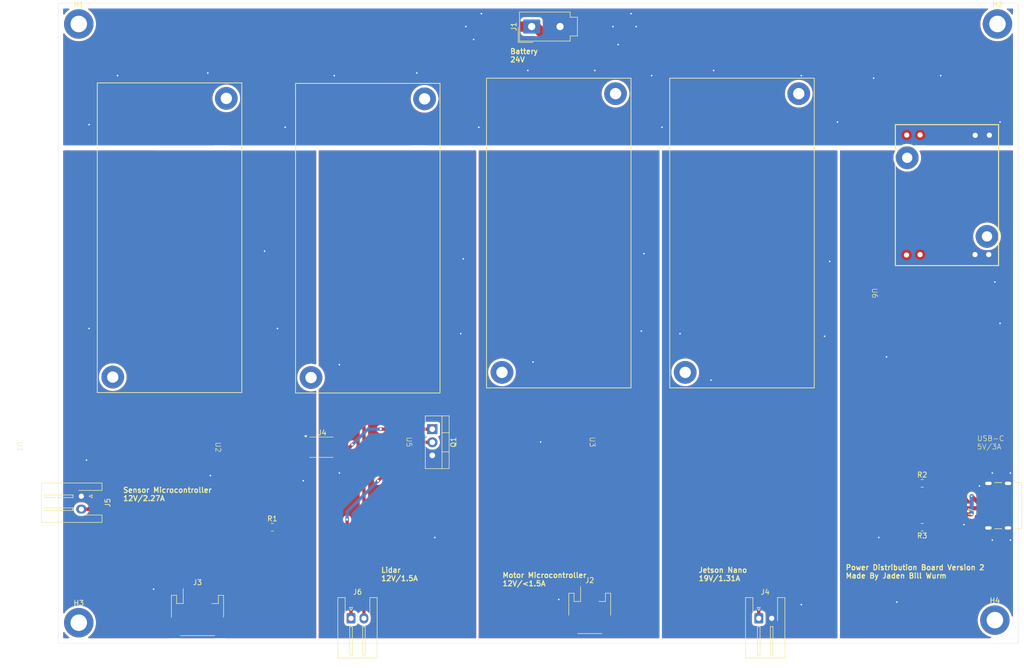
<source format=kicad_pcb>
(kicad_pcb (version 20241229) (generator "pcbnew") (generator_version "9.0")
  (layers (0 "F.Cu" mixed) (2 "B.Cu" jumper) (13 "F.Paste" user) (15 "B.Paste" user) (5 "F.SilkS" user "F.Silkscreen") (7 "B.SilkS" user "B.Silkscreen") (1 "F.Mask" user) (3 "B.Mask" user) (25 "Edge.Cuts" user))
  (net 0 "")
  (net 1 "-BATT")
  (net 2 "+BATT")
  (net 3 "/12V Reg3")
  (net 4 "/Reg3 GND")
  (net 5 "/Reg1 GND")
  (net 6 "/LiDAR On Pin")
  (net 7 "/12V Reg1")
  (net 8 "/19V GND")
  (net 9 "/19V")
  (net 10 "/12V Reg2")
  (net 11 "/LiDAR GND")
  (net 12 "/5V Reg1")
  (net 13 "/5V GND")
  (net 14 "/LiDAR Wire")
  (net 15 "/Reg2 GND")
  (net 16 "Net-(U4-Anode)")
  (net 17 "Net-(J7-CC1)")
  (net 18 "Net-(J7-CC2)")
  (footprint "MountingHole:MountingHole_3.2mm_M3_ISO7380_Pad" (layer "F.Cu") (at 16 132)
    (property "Reference" "H3" (at 0 -3.8 0) (layer "F.SilkS"))
    (property "Value" "MountingHole")
    (pad "1" thru_hole circle (at 0 0) (size 5.7 5.7) (drill 3.2) (layers "*.Cu" "*.Mask"))
  )
  (footprint "PowerDistro - now with 2 extra buck converters:JadenBuck" (layer "F.Cu") (at 130.5 86.5 -90)
    (property "Reference" "U3" (at 10.5 15 270) (layer "F.SilkS") (effects (font (thickness 0.1))))
    (property "Value" "~")
    (fp_rect (start -60 -28) (end 0 0) (stroke (width 0.15)) (fill no) (layer "F.SilkS"))
    (pad "1" thru_hole circle (at -57 -25 270) (size 4.4 4.4) (drill 2.2) (layers "*.Cu" "*.Mask"))
    (pad "1" smd roundrect (at -50.5 -24) (size 3 4.2) (layers "F.Cu" "F.Mask" "F.Paste") (net 2 "+BATT"))
    (pad "1" thru_hole circle (at -3 -3 270) (size 4.4 4.4) (drill 2.2) (layers "*.Cu" "*.Mask"))
    (pad "2" smd roundrect (at -50.5 -6.5) (size 3 4.2) (layers "F.Cu" "F.Mask" "F.Paste") (net 1 "-BATT"))
    (pad "3" smd roundrect (at -12.5 -24) (size 3 4.2) (layers "F.Cu" "F.Mask" "F.Paste") (net 9 "/19V"))
    (pad "4" smd roundrect (at -12.5 -6.5) (size 3 4.2) (layers "F.Cu" "F.Mask" "F.Paste") (net 8 "/19V GND"))
  )
  (footprint "Resistor_SMD:R_0805_2012Metric" (layer "F.Cu") (at 179.4125 105)
    (property "Reference" "R2" (at 0 -1.65 0) (layer "F.SilkS"))
    (property "Value" "10k")
    (fp_line (start -0.227064 -0.735) (end 0.227064 -0.735) (stroke (width 0.12)) (layer "F.SilkS"))
    (fp_line (start -0.227064 0.735) (end 0.227064 0.735) (stroke (width 0.12)) (layer "F.SilkS"))
    (pad "1" smd roundrect (at -0.9125 0) (size 1.025 1.4) (layers "F.Cu" "F.Mask" "F.Paste") (roundrect_rratio 0.243902) (net 12 "/5V Reg1"))
    (pad "2" smd roundrect (at 0.9125 0) (size 1.025 1.4) (layers "F.Cu" "F.Mask" "F.Paste") (roundrect_rratio 0.243902) (net 17 "Net-(J7-CC1)"))
  )
  (footprint "Resistor_SMD:R_0805_2012Metric" (layer "F.Cu") (at 179.4125 113.5 180)
    (property "Reference" "R3" (at 0 -1.65 0) (layer "F.SilkS"))
    (property "Value" "10k")
    (fp_line (start -0.227064 0.735) (end 0.227064 0.735) (stroke (width 0.12)) (layer "F.SilkS"))
    (fp_line (start -0.227064 -0.735) (end 0.227064 -0.735) (stroke (width 0.12)) (layer "F.SilkS"))
    (pad "1" smd roundrect (at -0.9125 0 180) (size 1.025 1.4) (layers "F.Cu" "F.Mask" "F.Paste") (roundrect_rratio 0.243902) (net 18 "Net-(J7-CC2)"))
    (pad "2" smd roundrect (at 0.9125 0 180) (size 1.025 1.4) (layers "F.Cu" "F.Mask" "F.Paste") (roundrect_rratio 0.243902) (net 12 "/5V Reg1"))
  )
  (footprint "Connector_JST:JST_PH_S2B-PH-SM4-TB_1x02-1MP_P2.00mm_Horizontal" (layer "F.Cu") (at 115 129.6)
    (property "Reference" "J2" (at 0 -5.8 0) (layer "F.SilkS"))
    (property "Value" "~")
    (fp_line (start -4.06 -3.31) (end -3.04 -3.31) (stroke (width 0.12)) (layer "F.SilkS"))
    (fp_line (start -4.06 0.94) (end -4.06 -3.31) (stroke (width 0.12)) (layer "F.SilkS"))
    (fp_line (start -3.04 -3.31) (end -3.04 -1.71) (stroke (width 0.12)) (layer "F.SilkS"))
    (fp_line (start -3.04 -1.71) (end -1.76 -1.71) (stroke (width 0.12)) (layer "F.SilkS"))
    (fp_line (start -2.34 4.51) (end 2.34 4.51) (stroke (width 0.12)) (layer "F.SilkS"))
    (fp_line (start -1.76 -1.71) (end -1.76 -4.6) (stroke (width 0.12)) (layer "F.SilkS"))
    (fp_line (start 3.04 -3.31) (end 3.04 -1.71) (stroke (width 0.12)) (layer "F.SilkS"))
    (fp_line (start 3.04 -1.71) (end 1.76 -1.71) (stroke (width 0.12)) (layer "F.SilkS"))
    (fp_line (start 4.06 -3.31) (end 3.04 -3.31) (stroke (width 0.12)) (layer "F.SilkS"))
    (fp_line (start 4.06 0.94) (end 4.06 -3.31) (stroke (width 0.12)) (layer "F.SilkS"))
    (pad "1" smd roundrect (at -1 -2.85) (size 1 3.5) (layers "F.Cu" "F.Mask" "F.Paste") (net 4 "/Reg3 GND"))
    (pad "2" smd roundrect (at 1 -2.85) (size 1 3.5) (layers "F.Cu" "F.Mask" "F.Paste") (net 3 "/12V Reg3"))
    (pad "MP" smd roundrect (at -3.35 2.9) (size 1.5 3.4) (layers "F.Cu" "F.Mask" "F.Paste") (roundrect_rratio 0.166667))
    (pad "MP" smd roundrect (at 3.35 2.9) (size 1.5 3.4) (layers "F.Cu" "F.Mask" "F.Paste") (roundrect_rratio 0.166667))
  )
  (footprint "Connector_JST:JST_XH_S2B-XH-A-1_1x02_P2.50mm_Horizontal" (layer "F.Cu") (at 16.5 107.5 -90)
    (property "Reference" "J5" (at 1.25 -5.1 90) (layer "F.SilkS"))
    (property "Value" "~")
    (fp_line (start -2.56 7.71) (end -2.56 -4.01) (stroke (width 0.12)) (layer "F.SilkS"))
    (fp_line (start 1.25 7.71) (end -2.56 7.71) (stroke (width 0.12)) (layer "F.SilkS"))
    (fp_line (start 1.25 7.71) (end 5.06 7.71) (stroke (width 0.12)) (layer "F.SilkS"))
    (fp_line (start 5.06 7.71) (end 5.06 -4.01) (stroke (width 0.12)) (layer "F.SilkS"))
    (fp_line (start -0.25 7.1) (end 0.25 7.1) (stroke (width 0.12)) (layer "F.SilkS"))
    (fp_line (start 0.25 7.1) (end 0.25 1.6) (stroke (width 0.12)) (layer "F.SilkS"))
    (fp_line (start 2.25 7.1) (end 2.75 7.1) (stroke (width 0.12)) (layer "F.SilkS"))
    (fp_line (start 2.75 7.1) (end 2.75 1.6) (stroke (width 0.12)) (layer "F.SilkS"))
    (fp_line (start -0.25 1.6) (end -0.25 7.1) (stroke (width 0.12)) (layer "F.SilkS"))
    (fp_line (start 0.25 1.6) (end -0.25 1.6) (stroke (width 0.12)) (layer "F.SilkS"))
    (fp_line (start 2.25 1.6) (end 2.25 7.1) (stroke (width 0.12)) (layer "F.SilkS"))
    (fp_line (start 2.75 1.6) (end 2.25 1.6) (stroke (width 0.12)) (layer "F.SilkS"))
    (fp_line (start 0 -1.5) (end -0.3 -2.1) (stroke (width 0.12)) (layer "F.SilkS"))
    (fp_line (start -0.3 -2.1) (end 0.3 -2.1) (stroke (width 0.12)) (layer "F.SilkS"))
    (fp_line (start 0.3 -2.1) (end 0 -1.5) (stroke (width 0.12)) (layer "F.SilkS"))
    (fp_line (start -2.56 -4.01) (end -1.14 -4.01) (stroke (width 0.12)) (layer "F.SilkS"))
    (fp_line (start -1.14 -4.01) (end -1.14 0.49) (stroke (width 0.12)) (layer "F.SilkS"))
    (fp_line (start 3.64 -4.01) (end 3.64 0.49) (stroke (width 0.12)) (layer "F.SilkS"))
    (fp_line (start 5.06 -4.01) (end 3.64 -4.01) (stroke (width 0.12)) (layer "F.SilkS"))
    (pad "1" thru_hole roundrect (at 0 0 270) (size 1.7 2) (drill 1) (layers "*.Cu" "*.Mask") (roundrect_rratio 0.147059) (net 5 "/Reg1 GND"))
    (pad "2" thru_hole oval (at 2.5 0 270) (size 1.7 2) (drill 1) (layers "*.Cu" "*.Mask") (net 7 "/12V Reg1"))
  )
  (footprint "PowerDistro - now with 2 extra buck converters:JadenBuck" (layer "F.Cu") (at 19.5875 87.4125 -90)
    (property "Reference" "U1" (at 10.5 15 270) (layer "F.SilkS") (effects (font (thickness 0.1))))
    (property "Value" "~")
    (fp_rect (start -60 -28) (end 0 0) (stroke (width 0.15)) (fill no) (layer "F.SilkS"))
    (pad "1" thru_hole circle (at -57 -25 270) (size 4.4 4.4) (drill 2.2) (layers "*.Cu" "*.Mask"))
    (pad "1" smd roundrect (at -50.5 -24) (size 3 4.2) (layers "F.Cu" "F.Mask" "F.Paste") (net 2 "+BATT"))
    (pad "1" thru_hole circle (at -3 -3 270) (size 4.4 4.4) (drill 2.2) (layers "*.Cu" "*.Mask"))
    (pad "2" smd roundrect (at -50.5 -6.5) (size 3 4.2) (layers "F.Cu" "F.Mask" "F.Paste") (net 1 "-BATT"))
    (pad "3" smd roundrect (at -12.5 -24) (size 3 4.2) (layers "F.Cu" "F.Mask" "F.Paste") (net 7 "/12V Reg1"))
    (pad "4" smd roundrect (at -12.5 -6.5) (size 3 4.2) (layers "F.Cu" "F.Mask" "F.Paste") (net 5 "/Reg1 GND"))
  )
  (footprint "Package_TO_SOT_THT:TO-220-3_Vertical" (layer "F.Cu") (at 84.5 94.5 -90)
    (property "Reference" "Q1" (at 2.54 -4.1 90) (layer "F.SilkS"))
    (property "Value" "DMT6009LCT")
    (fp_line (start -2.57 1.36) (end 7.65 1.36) (stroke (width 0.12)) (layer "F.SilkS"))
    (fp_line (start -2.57 -1.88) (end 7.65 -1.88) (stroke (width 0.12)) (layer "F.SilkS"))
    (fp_line (start -2.57 -3.26) (end -2.57 1.36) (stroke (width 0.12)) (layer "F.SilkS"))
    (fp_line (start -2.57 -3.26) (end 7.65 -3.26) (stroke (width 0.12)) (layer "F.SilkS"))
    (fp_line (start 0.69 -3.26) (end 0.69 -1.88) (stroke (width 0.12)) (layer "F.SilkS"))
    (fp_line (start 4.39 -3.26) (end 4.39 -1.88) (stroke (width 0.12)) (layer "F.SilkS"))
    (fp_line (start 7.65 -3.26) (end 7.65 1.36) (stroke (width 0.12)) (layer "F.SilkS"))
    (pad "1" thru_hole rect (at 0 0 270) (size 1.905 2) (drill 1.1) (layers "*.Cu" "*.Mask") (net 14 "/LiDAR Wire"))
    (pad "2" thru_hole oval (at 2.54 0 270) (size 1.905 2) (drill 1.1) (layers "*.Cu" "*.Mask") (net 11 "/LiDAR GND"))
    (pad "3" thru_hole oval (at 5.08 0 270) (size 1.905 2) (drill 1.1) (layers "*.Cu" "*.Mask") (net 15 "/Reg2 GND"))
  )
  (footprint "USB-C:AMPHENOL_GSB1C411101DSHR" (layer "F.Cu") (at 196.0375 109.32 90)
    (property "Reference" "J7" (at -1.325 -7.135 90) (layer "F.SilkS"))
    (property "Value" "GSB1C411101DSHR")
    (fp_line (start 4.47 -2.605) (end 4.47 -1.195) (stroke (width 0.127)) (layer "F.SilkS"))
    (fp_line (start -4.47 -2.605) (end -4.47 -1.195) (stroke (width 0.127)) (layer "F.SilkS"))
    (fp_line (start 4.47 1.395) (end 4.47 2.6) (stroke (width 0.127)) (layer "F.SilkS"))
    (fp_line (start 4.47 2.6) (end -4.47 2.6) (stroke (width 0.127)) (layer "F.SilkS"))
    (fp_line (start -4.47 2.6) (end -4.47 1.395) (stroke (width 0.127)) (layer "F.SilkS"))
    (pad "A5" smd rect (at -0.5 -3.88 90) (size 0.7 1.2) (layers "F.Cu" "F.Mask" "F.Paste") (net 17 "Net-(J7-CC1)"))
    (pad "A9" smd rect (at 1.52 -3.88 90) (size 0.76 1.2) (layers "F.Cu" "F.Mask" "F.Paste") (net 12 "/5V Reg1"))
    (pad "A12" smd rect (at 2.75 -3.88 90) (size 0.8 1.2) (layers "F.Cu" "F.Mask" "F.Paste") (net 13 "/5V GND"))
    (pad "B5" smd rect (at 0.5 -3.88 90) (size 0.7 1.2) (layers "F.Cu" "F.Mask" "F.Paste") (net 18 "Net-(J7-CC2)"))
    (pad "B9" smd rect (at -1.52 -3.88 90) (size 0.76 1.2) (layers "F.Cu" "F.Mask" "F.Paste") (net 12 "/5V Reg1"))
    (pad "B12" smd rect (at -2.75 -3.88 90) (size 0.8 1.2) (layers "F.Cu" "F.Mask" "F.Paste") (net 13 "/5V GND"))
    (pad "SH1" thru_hole oval (at -4.32 -3.8 90) (size 1.15 1.75) (drill oval 0.65 1.25) (layers "*.Cu" "*.Mask") (net 13 "/5V GND"))
    (pad "SH2" thru_hole oval (at 4.32 -3.8 90) (size 1.15 1.75) (drill oval 0.65 1.25) (layers "*.Cu" "*.Mask") (net 13 "/5V GND"))
    (pad "SH3" thru_hole oval (at -4.32 0 90) (size 1.15 1.75) (drill oval 0.65 1.25) (layers "*.Cu" "*.Mask") (net 13 "/5V GND"))
    (pad "SH4" thru_hole oval (at 4.32 0 90) (size 1.15 1.75) (drill oval 0.65 1.25) (layers "*.Cu" "*.Mask") (net 13 "/5V GND"))
  )
  (footprint "PowerDistro - now with 2 extra buck converters:JadenBuck" (layer "F.Cu") (at 95 86.5 -90)
    (property "Reference" "U5" (at 10.5 15 270) (layer "F.SilkS") (effects (font (thickness 0.1))))
    (property "Value" "~")
    (fp_rect (start -60 -28) (end 0 0) (stroke (width 0.15)) (fill no) (layer "F.SilkS"))
    (pad "1" thru_hole circle (at -57 -25 270) (size 4.4 4.4) (drill 2.2) (layers "*.Cu" "*.Mask"))
    (pad "1" smd roundrect (at -50.5 -24) (size 3 4.2) (layers "F.Cu" "F.Mask" "F.Paste") (net 2 "+BATT"))
    (pad "1" thru_hole circle (at -3 -3 270) (size 4.4 4.4) (drill 2.2) (layers "*.Cu" "*.Mask"))
    (pad "2" smd roundrect (at -50.5 -6.5) (size 3 4.2) (layers "F.Cu" "F.Mask" "F.Paste") (net 1 "-BATT"))
    (pad "3" smd roundrect (at -12.5 -24) (size 3 4.2) (layers "F.Cu" "F.Mask" "F.Paste") (net 3 "/12V Reg3"))
    (pad "4" smd roundrect (at -12.5 -6.5) (size 3 4.2) (layers "F.Cu" "F.Mask" "F.Paste") (net 4 "/Reg3 GND"))
  )
  (footprint "Package_SO:SO-5-6_4.55x3.7mm_P1.27mm" (layer "F.Cu") (at 63 98)
    (property "Reference" "U4" (at 0 -2.8 0) (layer "F.SilkS"))
    (property "Value" "Optoisolators")
    (fp_line (start 0 -1.96) (end -2.275 -1.96) (stroke (width 0.12)) (layer "F.SilkS"))
    (fp_line (start 0 -1.96) (end 2.275 -1.96) (stroke (width 0.12)) (layer "F.SilkS"))
    (fp_line (start 0 1.96) (end -2.275 1.96) (stroke (width 0.12)) (layer "F.SilkS"))
    (fp_line (start 0 1.96) (end 2.275 1.96) (stroke (width 0.12)) (layer "F.SilkS"))
    (fp_poly (pts (xy -3.0125 -1.93) (xy -3.2525 -2.26) (xy -2.7725 -2.26)) (stroke (width 0.12)) (fill yes) (layer "F.SilkS"))
    (pad "1" smd roundrect (at -3.15 -1.27) (size 1.2 0.8) (layers "F.Cu" "F.Mask" "F.Paste") (net 16 "Net-(U4-Anode)"))
    (pad "3" smd roundrect (at -3.15 1.27) (size 1.2 0.8) (layers "F.Cu" "F.Mask" "F.Paste") (net 5 "/Reg1 GND"))
    (pad "4" smd roundrect (at 3.15 1.27) (size 1.2 0.8) (layers "F.Cu" "F.Mask" "F.Paste") (net 15 "/Reg2 GND"))
    (pad "5" smd roundrect (at 3.15 0) (size 1.2 0.8) (layers "F.Cu" "F.Mask" "F.Paste") (net 14 "/LiDAR Wire"))
    (pad "6" smd roundrect (at 3.15 -1.27) (size 1.2 0.8) (layers "F.Cu" "F.Mask" "F.Paste") (net 10 "/12V Reg2"))
  )
  (footprint "Resistor_SMD:R_0805_2012Metric" (layer "F.Cu") (at 53.5 113.5)
    (property "Reference" "R1" (at 0 -1.65 0) (layer "F.SilkS"))
    (property "Value" "174")
    (fp_line (start -0.227064 -0.735) (end 0.227064 -0.735) (stroke (width 0.12)) (layer "F.SilkS"))
    (fp_line (start -0.227064 0.735) (end 0.227064 0.735) (stroke (width 0.12)) (layer "F.SilkS"))
    (pad "1" smd roundrect (at -0.9125 0) (size 1.025 1.4) (layers "F.Cu" "F.Mask" "F.Paste") (roundrect_rratio 0.243902) (net 6 "/LiDAR On Pin"))
    (pad "2" smd roundrect (at 0.9125 0) (size 1.025 1.4) (layers "F.Cu" "F.Mask" "F.Paste") (roundrect_rratio 0.243902) (net 16 "Net-(U4-Anode)"))
  )
  (footprint "Connector_JST:JST_XH_S2B-XH-A-1_1x02_P2.50mm_Horizontal" (layer "F.Cu") (at 68.75 131.15)
    (property "Reference" "J6" (at 1.25 -5.1 0) (layer "F.SilkS"))
    (property "Value" "~")
    (fp_line (start -2.56 -4.01) (end -1.14 -4.01) (stroke (width 0.12)) (layer "F.SilkS"))
    (fp_line (start -2.56 7.71) (end -2.56 -4.01) (stroke (width 0.12)) (layer "F.SilkS"))
    (fp_line (start -1.14 -4.01) (end -1.14 0.49) (stroke (width 0.12)) (layer "F.SilkS"))
    (fp_line (start -0.3 -2.1) (end 0.3 -2.1) (stroke (width 0.12)) (layer "F.SilkS"))
    (fp_line (start -0.25 1.6) (end -0.25 7.1) (stroke (width 0.12)) (layer "F.SilkS"))
    (fp_line (start -0.25 7.1) (end 0.25 7.1) (stroke (width 0.12)) (layer "F.SilkS"))
    (fp_line (start 0 -1.5) (end -0.3 -2.1) (stroke (width 0.12)) (layer "F.SilkS"))
    (fp_line (start 0.25 1.6) (end -0.25 1.6) (stroke (width 0.12)) (layer "F.SilkS"))
    (fp_line (start 0.25 7.1) (end 0.25 1.6) (stroke (width 0.12)) (layer "F.SilkS"))
    (fp_line (start 0.3 -2.1) (end 0 -1.5) (stroke (width 0.12)) (layer "F.SilkS"))
    (fp_line (start 1.25 7.71) (end -2.56 7.71) (stroke (width 0.12)) (layer "F.SilkS"))
    (fp_line (start 1.25 7.71) (end 5.06 7.71) (stroke (width 0.12)) (layer "F.SilkS"))
    (fp_line (start 2.25 1.6) (end 2.25 7.1) (stroke (width 0.12)) (layer "F.SilkS"))
    (fp_line (start 2.25 7.1) (end 2.75 7.1) (stroke (width 0.12)) (layer "F.SilkS"))
    (fp_line (start 2.75 1.6) (end 2.25 1.6) (stroke (width 0.12)) (layer "F.SilkS"))
    (fp_line (start 2.75 7.1) (end 2.75 1.6) (stroke (width 0.12)) (layer "F.SilkS"))
    (fp_line (start 3.64 -4.01) (end 3.64 0.49) (stroke (width 0.12)) (layer "F.SilkS"))
    (fp_line (start 5.06 -4.01) (end 3.64 -4.01) (stroke (width 0.12)) (layer "F.SilkS"))
    (fp_line (start 5.06 7.71) (end 5.06 -4.01) (stroke (width 0.12)) (layer "F.SilkS"))
    (pad "1" thru_hole roundrect (at 0 0) (size 1.7 2) (drill 1) (layers "*.Cu" "*.Mask") (roundrect_rratio 0.147059) (net 11 "/LiDAR GND"))
    (pad "2" thru_hole oval (at 2.5 0) (size 1.7 2) (drill 1) (layers "*.Cu" "*.Mask") (net 10 "/12V Reg2"))
  )
  (footprint "Connector_JST:JST_PH_S3B-PH-SM4-TB_1x03-1MP_P2.00mm_Horizontal" (layer "F.Cu") (at 39 130)
    (property "Reference" "J3" (at 0 -5.8 0) (layer "F.SilkS"))
    (property "Value" "12V")
    (fp_line (start -5.06 -3.31) (end -4.04 -3.31) (stroke (width 0.12)) (layer "F.SilkS"))
    (fp_line (start -5.06 0.94) (end -5.06 -3.31) (stroke (width 0.12)) (layer "F.SilkS"))
    (fp_line (start -4.04 -3.31) (end -4.04 -1.71) (stroke (width 0.12)) (layer "F.SilkS"))
    (fp_line (start -4.04 -1.71) (end -2.76 -1.71) (stroke (width 0.12)) (layer "F.SilkS"))
    (fp_line (start -3.34 4.51) (end 3.34 4.51) (stroke (width 0.12)) (layer "F.SilkS"))
    (fp_line (start -2.76 -1.71) (end -2.76 -4.6) (stroke (width 0.12)) (layer "F.SilkS"))
    (fp_line (start 4.04 -3.31) (end 4.04 -1.71) (stroke (width 0.12)) (layer "F.SilkS"))
    (fp_line (start 4.04 -1.71) (end 2.76 -1.71) (stroke (width 0.12)) (layer "F.SilkS"))
    (fp_line (start 5.06 -3.31) (end 4.04 -3.31) (stroke (width 0.12)) (layer "F.SilkS"))
    (fp_line (start 5.06 0.94) (end 5.06 -3.31) (stroke (width 0.12)) (layer "F.SilkS"))
    (pad "1" smd roundrect (at -2 -2.85) (size 1 3.5) (layers "F.Cu" "F.Mask" "F.Paste") (net 5 "/Reg1 GND"))
    (pad "2" smd roundrect (at 0 -2.85) (size 1 3.5) (layers "F.Cu" "F.Mask" "F.Paste") (net 7 "/12V Reg1"))
    (pad "3" smd roundrect (at 2 -2.85) (size 1 3.5) (layers "F.Cu" "F.Mask" "F.Paste") (net 6 "/LiDAR On Pin"))
    (pad "MP" smd roundrect (at -4.35 2.9) (size 1.5 3.4) (layers "F.Cu" "F.Mask" "F.Paste") (roundrect_rratio 0.166667))
    (pad "MP" smd roundrect (at 4.35 2.9) (size 1.5 3.4) (layers "F.Cu" "F.Mask" "F.Paste") (roundrect_rratio 0.166667))
  )
  (footprint "MountingHole:MountingHole_3.2mm_M3_ISO7380_Pad" (layer "F.Cu") (at 16 16)
    (property "Reference" "H1" (at 0 -3.8 0) (layer "F.SilkS"))
    (property "Value" "MountingHole")
    (pad "1" thru_hole circle (at 0 0) (size 5.7 5.7) (drill 3.2) (layers "*.Cu" "*.Mask"))
  )
  (footprint "MountingHole:MountingHole_3.2mm_M3_ISO7380_Pad" (layer "F.Cu") (at 193.5 131.5)
    (property "Reference" "H4" (at 0 -3.8 0) (layer "F.SilkS"))
    (property "Value" "MountingHole")
    (pad "1" thru_hole circle (at 0 0) (size 5.7 5.7) (drill 3.2) (layers "*.Cu" "*.Mask"))
  )
  (footprint "MountingHole:MountingHole_3.2mm_M3_ISO7380_Pad" (layer "F.Cu") (at 194 16)
    (property "Reference" "H2" (at 0 -3.8 0) (layer "F.SilkS"))
    (property "Value" "MountingHole")
    (pad "1" thru_hole circle (at 0 0) (size 5.7 5.7) (drill 3.2) (layers "*.Cu" "*.Mask"))
  )
  (footprint "PowerDistro - now with 2 extra buck converters:5V_Buck_Converter_Footprint" (layer "F.Cu") (at 169.707819 68.154941 -90)
    (property "Reference" "U6" (at 0 -0.5 270) (layer "F.SilkS") (effects (font (thickness 0.1))))
    (property "Value" "~")
    (fp_rect (start -32.6525 -24.5) (end -5.3475 -4.5) (stroke (width 0.2)) (fill no) (layer "F.SilkS"))
    (pad "1" thru_hole roundrect (at -30.654941 -9.300188 180) (size 2.490122 2.708039) (drill 1 (offset 0.023851 -0.022799)) (layers "*.Cu" "*.Mask") (remove_unused_layers yes) (net 2 "+BATT"))
    (pad "1" thru_hole roundrect (at -30.637558 -6.70226 180) (size 2.497928 2.346291) (drill 1 (offset 0.019948 -0.005416)) (layers "*.Cu" "*.Mask") (remove_unused_layers yes) (net 2 "+BATT"))
    (pad "1" thru_hole circle (at -26.236285 -6.803329 270) (size 4.4 4.4) (drill 2) (property pad_prop_mechanical) (layers "*.Cu" "*.Mask"))
    (pad "1" thru_hole circle (at -10.996007 -22.265448 270) (size 4.4 4.4) (drill 2) (property pad_prop_mechanical) (layers "*.Cu" "*.Mask"))
    (pad "2" thru_hole roundrect (at -30.610561 -22.712342 180) (size 2.452497 2.96553) (drill 1 (offset 0.004818 0.067863)) (layers "*.Cu" "*.Mask") (remove_unused_layers yes) (zone_layer_connections "F.Cu" "B.Cu") (net 1 "-BATT"))
    (pad "2" thru_hole roundrect (at -30.582467 -19.981276 180) (size 2.470752 2.951958) (drill 1 (offset -0.00431 0.114143)) (layers "*.Cu" "*.Mask") (remove_unused_layers yes) (zone_layer_connections "F.Cu" "B.Cu") (net 1 "-BATT"))
    (pad "3" thru_hole roundrect (at -7.478504 -9.292181 180) (size 2.430744 3.007944) (drill 1 (offset 0.045533 -0.014421)) (layers "*.Cu" "*.Mask") (remove_unused_layers yes) (net 12 "/5V Reg1"))
    (pad "3" thru_hole roundrect (at -7.390886 -6.656453 180) (size 2.435728 3.007942) (drill 1 (offset -0.006959 0.073196)) (layers "*.Cu" "*.Mask") (remove_unused_layers yes) (net 12 "/5V Reg1"))
    (pad "4" thru_hole roundrect (at -7.482498 -22.597029 180) (size 2.042804 1.88) (drill 1 (offset -0.005186 -0.133651)) (layers "*.Cu" "*.Mask") (remove_unused_layers yes) (zone_layer_connections "F.Cu" "B.Cu") (net 13 "/5V GND"))
    (pad "4" thru_hole roundrect (at -7.482498 -19.940267 180) (size 2.342804 2.617837) (drill 1 (offset -0.020553 -0.010783)) (layers "*.Cu" "*.Mask") (remove_unused_layers yes) (zone_layer_connections "F.Cu" "B.Cu") (net 13 "/5V GND"))
  )
  (footprint "Connector_JST:JST_XH_S2B-XH-A-1_1x02_P2.50mm_Horizontal" (layer "F.Cu") (at 147.75 131.15)
    (property "Reference" "J4" (at 1.25 -5.1 0) (layer "F.SilkS"))
    (property "Value" "~")
    (fp_line (start -2.56 -4.01) (end -1.14 -4.01) (stroke (width 0.12)) (layer "F.SilkS"))
    (fp_line (start -2.56 7.71) (end -2.56 -4.01) (stroke (width 0.12)) (layer "F.SilkS"))
    (fp_line (start -1.14 -4.01) (end -1.14 0.49) (stroke (width 0.12)) (layer "F.SilkS"))
    (fp_line (start -0.3 -2.1) (end 0.3 -2.1) (stroke (width 0.12)) (layer "F.SilkS"))
    (fp_line (start -0.25 1.6) (end -0.25 7.1) (stroke (width 0.12)) (layer "F.SilkS"))
    (fp_line (start -0.25 7.1) (end 0.25 7.1) (stroke (width 0.12)) (layer "F.SilkS"))
    (fp_line (start 0 -1.5) (end -0.3 -2.1) (stroke (width 0.12)) (layer "F.SilkS"))
    (fp_line (start 0.25 1.6) (end -0.25 1.6) (stroke (width 0.12)) (layer "F.SilkS"))
    (fp_line (start 0.25 7.1) (end 0.25 1.6) (stroke (width 0.12)) (layer "F.SilkS"))
    (fp_line (start 0.3 -2.1) (end 0 -1.5) (stroke (width 0.12)) (layer "F.SilkS"))
    (fp_line (start 1.25 7.71) (end -2.56 7.71) (stroke (width 0.12)) (layer "F.SilkS"))
    (fp_line (start 1.25 7.71) (end 5.06 7.71) (stroke (width 0.12)) (layer "F.SilkS"))
    (fp_line (start 2.25 1.6) (end 2.25 7.1) (stroke (width 0.12)) (layer "F.SilkS"))
    (fp_line (start 2.25 7.1) (end 2.75 7.1) (stroke (width 0.12)) (layer "F.SilkS"))
    (fp_line (start 2.75 1.6) (end 2.25 1.6) (stroke (width 0.12)) (layer "F.SilkS"))
    (fp_line (start 2.75 7.1) (end 2.75 1.6) (stroke (width 0.12)) (layer "F.SilkS"))
    (fp_line (start 3.64 -4.01) (end 3.64 0.49) (stroke (width 0.12)) (layer "F.SilkS"))
    (fp_line (start 5.06 -4.01) (end 3.64 -4.01) (stroke (width 0.12)) (layer "F.SilkS"))
    (fp_line (start 5.06 7.71) (end 5.06 -4.01) (stroke (width 0.12)) (layer "F.SilkS"))
    (pad "1" thru_hole roundrect (at 0 0) (size 1.7 2) (drill 1) (layers "*.Cu" "*.Mask") (roundrect_rratio 0.147059) (net 9 "/19V"))
    (pad "2" thru_hole oval (at 2.5 0) (size 1.7 2) (drill 1) (layers "*.Cu" "*.Mask") (net 8 "/19V GND"))
  )
  (footprint "Connector_Molex:Molex_Mini-Fit_Jr_5566-02A_2x01_P4.20mm_Vertical" (layer "F.Cu") (at 103.75 16.5 90)
    (property "Reference" "J1" (at 0 -3.45 90) (layer "F.SilkS"))
    (property "Value" "~")
    (fp_line (start -0.2 -2.6) (end -3.05 -2.6) (stroke (width 0.12)) (layer "F.SilkS"))
    (fp_line (start -3.05 -2.6) (end -3.05 0.25) (stroke (width 0.12)) (layer "F.SilkS"))
    (fp_line (start 2.81 -2.36) (end 2.81 7.46) (stroke (width 0.12)) (layer "F.SilkS"))
    (fp_line (start 0 -2.36) (end 2.81 -2.36) (stroke (width 0.12)) (layer "F.SilkS"))
    (fp_line (start 0 -2.36) (end -2.81 -2.36) (stroke (width 0.12)) (layer "F.SilkS"))
    (fp_line (start -2.81 -2.36) (end -2.81 7.46) (stroke (width 0.12)) (layer "F.SilkS"))
    (fp_line (start 2.81 7.46) (end 1.81 7.46) (stroke (width 0.12)) (layer "F.SilkS"))
    (fp_line (start 1.81 7.46) (end 1.81 8.86) (stroke (width 0.12)) (layer "F.SilkS"))
    (fp_line (start -1.81 7.46) (end -1.81 8.86) (stroke (width 0.12)) (layer "F.SilkS"))
    (fp_line (start -2.81 7.46) (end -1.81 7.46) (stroke (width 0.12)) (layer "F.SilkS"))
    (fp_line (start 1.81 8.86) (end 0 8.86) (stroke (width 0.12)) (layer "F.SilkS"))
    (fp_line (start -1.81 8.86) (end 0 8.86) (stroke (width 0.12)) (layer "F.SilkS"))
    (pad "1" thru_hole roundrect (at 0 0 90) (size 2.7 3.3) (drill 1.4) (layers "*.Cu" "*.Mask") (roundrect_rratio 0.092593) (net 2 "+BATT"))
    (pad "2" thru_hole oval (at 0 5.5 90) (size 2.7 3.3) (drill 1.4) (layers "*.Cu" "*.Mask") (net 1 "-BATT"))
  )
  (footprint "PowerDistro - now with 2 extra buck converters:JadenBuck" (layer "F.Cu") (at 58 87.5 -90)
    (property "Reference" "U2" (at 10.5 15 270) (layer "F.SilkS") (effects (font (thickness 0.1))))
    (property "Value" "~")
    (fp_rect (start -60 -28) (end 0 0) (stroke (width 0.15)) (fill no) (layer "F.SilkS"))
    (pad "1" thru_hole circle (at -57 -25 270) (size 4.4 4.4) (drill 2.2) (layers "*.Cu" "*.Mask"))
    (pad "1" smd roundrect (at -50.5 -24) (size 3 4.2) (layers "F.Cu" "F.Mask" "F.Paste") (net 2 "+BATT"))
    (pad "1" thru_hole circle (at -3 -3 270) (size 4.4 4.4) (drill 2.2) (layers "*.Cu" "*.Mask"))
    (pad "2" smd roundrect (at -50.5 -6.5) (size 3 4.2) (layers "F.Cu" "F.Mask" "F.Paste") (net 1 "-BATT"))
    (pad "3" smd roundrect (at -12.5 -24) (size 3 4.2) (layers "F.Cu" "F.Mask" "F.Paste") (net 10 "/12V Reg2"))
    (pad "4" smd roundrect (at -12.5 -6.5) (size 3 4.2) (layers "F.Cu" "F.Mask" "F.Paste") (net 15 "/Reg2 GND"))
  )
  (gr_line (start 198 12) (end 198 136) (stroke (width 0.05)) (layer "Edge.Cuts"))
  (gr_line (start 12 12) (end 198 12) (stroke (width 0.05)) (layer "Edge.Cuts"))
  (gr_line (start 198 136) (end 12 136) (stroke (width 0.05)) (layer "Edge.Cuts"))
  (gr_line (start 12 136) (end 12 12) (stroke (width 0.05)) (layer "Edge.Cuts"))
  (gr_text "Sensor Microcontroller\n12V/2.27A" (at 24.5 108.5 0) (layer "F.SilkS") (effects (font (size 1 1) (thickness 0.2) (bold yes)) (justify left bottom)))
  (gr_text "Power Distribution Board Version 2\nMade By Jaden Bill Wurm" (at 164.5 123.5 0) (layer "F.SilkS") (effects (font (size 1 1) (thickness 0.2) (bold yes)) (justify left bottom)))
  (gr_text "Jetson Nano\n19V/1.31A\n" (at 136 124 0) (layer "F.SilkS") (effects (font (size 1 1) (thickness 0.2) (bold yes)) (justify left bottom)))
  (gr_text "Battery\n24V" (at 99.5 23.5 0) (layer "F.SilkS") (effects (font (size 1 1) (thickness 0.2) (bold yes)) (justify left bottom)))
  (gr_text "Motor Microcontroller\n12V/<1.5A" (at 98 125 0) (layer "F.SilkS") (effects (font (size 1 1) (thickness 0.2) (bold yes)) (justify left bottom)))
  (gr_text "Lidar\n12V/1.5A" (at 74.5 124 0) (layer "F.SilkS") (effects (font (size 1 1) (thickness 0.2) (bold yes)) (justify left bottom)))
  (gr_text "USB-C\n5V/3A" (at 190 98.5 0) (layer "F.SilkS") (effects (font (size 1 1) (thickness 0.1)) (justify left bottom)))
  (segment (start 56.058 35.942) (end 56 36) (width 0.8) (layer "F.Cu") (net 1))
  (segment (start 24.442 35.442) (end 18.058 35.442) (width 2) (layer "F.Cu") (net 1))
  (segment (start 192.412154 34.587846) (end 192.5 34.5) (width 0.8) (layer "F.Cu") (net 1))
  (segment (start 192.5 34.5) (end 194 34.5) (width 2) (layer "F.Cu") (net 1))
  (segment (start 189.681088 34.818912) (end 190 34.5) (width 0.8) (layer "F.Cu") (net 1))
  (segment (start 65 36) (end 64.725 36.275) (width 2) (layer "F.Cu") (net 1))
  (segment (start 109.25 16.5) (end 109.75 16) (width 2) (layer "F.Cu") (net 1))
  (segment (start 18.058 35.442) (end 18 35.5) (width 0.8) (layer "F.Cu") (net 1))
  (segment (start 109.75 16) (end 119 16) (width 2) (layer "F.Cu") (net 1))
  (segment (start 192.412154 37.54438) (end 192.412154 34.587846) (width 2) (layer "F.Cu") (net 1))
  (segment (start 101.442 35.942) (end 93.558 35.942) (width 2) (layer "F.Cu") (net 1))
  (segment (start 194 34.5) (end 194.5 35) (width 2) (layer "F.Cu") (net 1))
  (segment (start 26.0875 36.9125) (end 25.9125 36.9125) (width 2) (layer "F.Cu") (net 1))
  (segment (start 64.725 36.275) (end 64.725 36.775) (width 2) (layer "F.Cu") (net 1))
  (segment (start 189.681088 37.572474) (end 189.681088 34.818912) (width 2) (layer "F.Cu") (net 1))
  (segment (start 190 34.5) (end 192.5 34.5) (width 2) (layer "F.Cu") (net 1))
  (segment (start 64.725 36.775) (end 63.892 35.942) (width 2) (layer "F.Cu") (net 1))
  (segment (start 93.558 35.942) (end 93.5 36) (width 0.8) (layer "F.Cu") (net 1))
  (segment (start 137 36) (end 136.942 35.942) (width 2) (layer "F.Cu") (net 1))
  (segment (start 101.5 36) (end 101.442 35.942) (width 2) (layer "F.Cu") (net 1))
  (segment (start 25.9125 36.9125) (end 24.442 35.442) (width 2) (layer "F.Cu") (net 1))
  (segment (start 129.058 35.942) (end 129 36) (width 0.8) (layer "F.Cu") (net 1))
  (segment (start 119 16) (end 119.5 16.5) (width 2) (layer "F.Cu") (net 1))
  (segment (start 136.942 35.942) (end 129.058 35.942) (width 2) (layer "F.Cu") (net 1))
  (segment (start 63.892 35.942) (end 56.058 35.942) (width 2) (layer "F.Cu") (net 1))
  (via (at 23.5 26) (size 0.6) (drill 0.3) (layers "F.Cu" "B.Cu") (net 1))
  (via (at 123 14) (size 0.6) (drill 0.3) (layers "F.Cu" "B.Cu") (net 1))
  (via (at 65.5 26) (size 0.6) (drill 0.3) (layers "F.Cu" "B.Cu") (net 1))
  (via (at 81.5 25.5) (size 0.6) (drill 0.3) (layers "F.Cu" "B.Cu") (net 1))
  (via (at 183 26) (size 0.6) (drill 0.3) (layers "F.Cu" "B.Cu") (net 1))
  (via (at 156 26) (size 0.6) (drill 0.3) (layers "F.Cu" "B.Cu") (net 1))
  (via (at 18 35.5) (size 0.6) (drill 0.3) (layers "F.Cu" "B.Cu") (net 1))
  (via (at 194.5 35) (size 0.6) (drill 0.3) (layers "F.Cu" "B.Cu") (net 1))
  (via (at 119.5 16.5) (size 0.6) (drill 0.3) (layers "F.Cu" "B.Cu") (net 1))
  (via (at 92.5 19) (size 0.6) (drill 0.3) (layers "F.Cu" "B.Cu") (net 1))
  (via (at 139 25) (size 0.6) (drill 0.3) (layers "F.Cu" "B.Cu") (net 1))
  (via (at 170 26.5) (size 0.6) (drill 0.3) (layers "F.Cu" "B.Cu") (net 1))
  (via (at 127 26) (size 0.6) (drill 0.3) (layers "F.Cu" "B.Cu") (net 1))
  (via (at 124 16.5) (size 0.6) (drill 0.3) (layers "F.Cu" "B.Cu") (net 1))
  (via (at 94 14) (size 0.6) (drill 0.3) (layers "F.Cu" "B.Cu") (net 1))
  (via (at 41 25.5) (size 0.6) (drill 0.3) (layers "F.Cu" "B.Cu") (net 1))
  (via (at 116 25) (size 0.6) (drill 0.3) (layers "F.Cu" "B.Cu") (net 1))
  (via (at 103 25) (size 0.6) (drill 0.3) (layers "F.Cu" "B.Cu") (net 1))
  (via (at 129 36) (size 0.6) (drill 0.3) (layers "F.Cu" "B.Cu") (net 1))
  (via (at 56 36) (size 0.6) (drill 0.3) (layers "F.Cu" "B.Cu") (net 1))
  (via (at 93.5 36) (size 0.6) (drill 0.3) (layers "F.Cu" "B.Cu") (net 1))
  (via (at 91 16.5) (size 0.6) (drill 0.3) (layers "F.Cu" "B.Cu") (net 1))
  (via (at 163 35) (size 0.6) (drill 0.3) (layers "F.Cu" "B.Cu") (net 1))
  (via (at 120.5 20) (size 0.6) (drill 0.3) (layers "F.Cu" "B.Cu") (net 1))
  (segment (start 110 22) (end 104.5 16.5) (width 2) (layer "F.Cu") (net 2))
  (segment (start 45.5 15) (end 32.5 28) (width 2) (layer "F.Cu") (net 2))
  (segment (start 81.5 15) (end 45.5 15) (width 2) (layer "F.Cu") (net 2))
  (segment (start 181.857 34.643) (end 181.857 33.5) (width 2) (layer "F.Cu") (net 2))
  (segment (start 181.857 31.857) (end 166 16) (width 2) (layer "F.Cu") (net 2))
  (segment (start 119.374 35.874) (end 109 25.5) (width 2) (layer "F.Cu") (net 2))
  (segment (start 154 17.5) (end 147 24.5) (width 2) (layer "F.Cu") (net 2))
  (segment (start 44.442 35.442) (end 44.5 35.5) (width 0.8) (layer "F.Cu") (net 2))
  (segment (start 43.874 35.442) (end 44.442 35.442) (width 0.8) (layer "F.Cu") (net 2))
  (segment (start 86 15) (end 81.5 15) (width 2) (layer "F.Cu") (net 2))
  (segment (start 178.982617 37.517383) (end 181.857 34.643) (width 2) (layer "F.Cu") (net 2))
  (segment (start 130 16) (end 154 16) (width 2) (layer "F.Cu") (net 2))
  (segment (start 147 24.5) (end 147 29.068) (width 2) (layer "F.Cu") (net 2))
  (segment (start 99.5 16.5) (end 93.5 22.5) (width 2) (layer "F.Cu") (net 2))
  (segment (start 81.5 15) (end 75.588509 15) (width 2) (layer "F.Cu") (net 2))
  (segment (start 109 23) (end 110 22) (width 2) (layer "F.Cu") (net 2))
  (segment (start 93.5 22.5) (end 86 15) (width 2) (layer "F.Cu") (net 2))
  (segment (start 75.588509 15) (end 75.588509 29.588509) (width 2) (layer "F.Cu") (net 2))
  (segment (start 119.374 35.942) (end 119.374 35.874) (width 2) (layer "F.Cu") (net 2))
  (segment (start 166 16) (end 154 16) (width 2) (layer "F.Cu") (net 2))
  (segment (start 110 22) (end 124 22) (width 2) (layer "F.Cu") (net 2))
  (segment (start 176 37.115311) (end 176.402072 37.517383) (width 2) (layer "F.Cu") (net 2))
  (segment (start 75.588509 29.588509) (end 82.5 36.5) (width 2) (layer "F.Cu") (net 2))
  (segment (start 176 33.5) (end 176 37.115311) (width 2) (layer "F.Cu") (net 2))
  (segment (start 154 16) (end 154 17.5) (width 2) (layer "F.Cu") (net 2))
  (segment (start 109 25.5) (end 109 23) (width 2) (layer "F.Cu") (net 2))
  (segment (start 181.857 33.5) (end 176 33.5) (width 2) (layer "F.Cu") (net 2))
  (segment (start 104.5 16.5) (end 99.5 16.5) (width 2) (layer "F.Cu") (net 2))
  (segment (start 181.857 33.5) (end 181.857 31.857) (width 2) (layer "F.Cu") (net 2))
  (segment (start 39.942 35.442) (end 43.874 35.442) (width 2) (layer "F.Cu") (net 2))
  (segment (start 147 29.068) (end 153.874 35.942) (width 2) (layer "F.Cu") (net 2))
  (segment (start 124 22) (end 130 16) (width 2) (layer "F.Cu") (net 2))
  (segment (start 32.5 28) (end 39.942 35.442) (width 2) (layer "F.Cu") (net 2))
  (segment (start 116 78.432) (end 119 75.432) (width 0.635) (layer "F.Cu") (net 3))
  (segment (start 116 126.75) (end 116 78.432) (width 0.635) (layer "F.Cu") (net 3))
  (segment (start 119 75.432) (end 119 74) (width 0.635) (layer "F.Cu") (net 3))
  (segment (start 114 126.75) (end 114 127.15) (width 0.635) (layer "F.Cu") (net 4))
  (segment (start 103.372 80.872) (end 104 81.5) (width 0.635) (layer "F.Cu") (net 4))
  (segment (start 103.372 75.872) (end 103.372 80.872) (width 0.635) (layer "F.Cu") (net 4))
  (segment (start 114 127.15) (end 113.65 127.5) (width 0.635) (layer "F.Cu") (net 4))
  (segment (start 101.5 74) (end 103.372 75.872) (width 0.635) (layer "F.Cu") (net 4))
  (segment (start 113.65 127.5) (end 109 127.5) (width 0.635) (layer "F.Cu") (net 4))
  (via (at 104 81.5) (size 0.6) (drill 0.3) (layers "F.Cu" "B.Cu") (net 4))
  (via (at 105.5 97) (size 0.6) (drill 0.3) (layers "F.Cu" "B.Cu") (net 4))
  (via (at 125.5 60.5) (size 0.6) (drill 0.3) (layers "F.Cu" "B.Cu") (net 4))
  (via (at 109 127.5) (size 0.6) (drill 0.3) (layers "F.Cu" "B.Cu") (net 4))
  (via (at 125 75.5) (size 0.6) (drill 0.3) (layers "F.Cu" "B.Cu") (net 4))
  (segment (start 34.85 125.5) (end 30.5 125.5) (width 0.635) (layer "F.Cu") (net 5))
  (segment (start 26.775 74.225) (end 26 75) (width 0.635) (layer "F.Cu") (net 5))
  (segment (start 59.85 104.15) (end 59.5 104.5) (width 0.635) (layer "F.Cu") (net 5))
  (segment (start 59.85 99.27) (end 59.85 104.15) (width 0.635) (layer "F.Cu") (net 5))
  (segment (start 16.5 101.5) (end 17.5 100.5) (width 0.635) (layer "F.Cu") (net 5))
  (segment (start 16.5 107.5) (end 16.5 101.5) (width 0.635) (layer "F.Cu") (net 5))
  (segment (start 36.5 127.15) (end 34.85 125.5) (width 0.635) (layer "F.Cu") (net 5))
  (segment (start 26 75) (end 18 75) (width 0.635) (layer "F.Cu") (net 5))
  (segment (start 37 127.15) (end 36.5 127.15) (width 0.635) (layer "F.Cu") (net 5))
  (via (at 59.5 104.5) (size 0.6) (drill 0.3) (layers "F.Cu" "B.Cu") (net 5))
  (via (at 18 75) (size 0.6) (drill 0.3) (layers "F.Cu" "B.Cu") (net 5))
  (via (at 17.5 100.5) (size 0.6) (drill 0.3) (layers "F.Cu" "B.Cu") (net 5))
  (via (at 52 60) (size 0.6) (drill 0.3) (layers "F.Cu" "B.Cu") (net 5))
  (via (at 41.5 103.5) (size 0.6) (drill 0.3) (layers "F.Cu" "B.Cu") (net 5))
  (via (at 54.5 75) (size 0.6) (drill 0.3) (layers "F.Cu" "B.Cu") (net 5))
  (via (at 30.5 125.5) (size 0.6) (drill 0.3) (layers "F.Cu" "B.Cu") (net 5))
  (segment (start 41 125.0875) (end 52.5875 113.5) (width 0.635) (layer "F.Cu") (net 6))
  (segment (start 41 127.15) (end 41 125.0875) (width 0.635) (layer "F.Cu") (net 6))
  (segment (start 39 125.9) (end 23.1 110) (width 0.635) (layer "F.Cu") (net 7))
  (segment (start 17.835 110) (end 43.874 83.961) (width 0.635) (layer "F.Cu") (net 7))
  (segment (start 39 127.15) (end 39 125.9) (width 0.635) (layer "F.Cu") (net 7))
  (segment (start 16.5 110) (end 17.835 110) (width 0.635) (layer "F.Cu") (net 7))
  (segment (start 23.1 110) (end 16.5 110) (width 0.635) (layer "F.Cu") (net 7))
  (segment (start 43.874 83.961) (end 43.874 74.558) (width 0.635) (layer "F.Cu") (net 7))
  (segment (start 16.585172 110) (end 16.5 110) (width 0.635) (layer "B.Cu") (net 7))
  (segment (start 150.25 131.15) (end 153.35 131.15) (width 0.635) (layer "F.Cu") (net 8))
  (segment (start 133.442 75.058) (end 132.5 76) (width 0.635) (layer "F.Cu") (net 8))
  (segment (start 137 74) (end 135.942 75.058) (width 0.635) (layer "F.Cu") (net 8))
  (segment (start 153.35 131.15) (end 156 128.5) (width 0.635) (layer "F.Cu") (net 8))
  (segment (start 135.942 75.058) (end 133.442 75.058) (width 0.635) (layer "F.Cu") (net 8))
  (via (at 156 128.5) (size 0.6) (drill 0.3) (layers "F.Cu" "B.Cu") (net 8))
  (via (at 160.5 76.5) (size 0.6) (drill 0.3) (layers "F.Cu" "B.Cu") (net 8))
  (via (at 138.5 85) (size 0.6) (drill 0.3) (layers "F.Cu" "B.Cu") (net 8))
  (via (at 132.5 76) (size 0.6) (drill 0.3) (layers "F.Cu" "B.Cu") (net 8))
  (via (at 161.5 62) (size 0.6) (drill 0.3) (layers "F.Cu" "B.Cu") (net 8))
  (segment (start 147.75 131.15) (end 147.75 81.182) (width 0.635) (layer "F.Cu") (net 9))
  (segment (start 147.75 81.182) (end 153.874 75.058) (width 0.635) (layer "F.Cu") (net 9))
  (segment (start 82.225 74.747766) (end 81.974388 74.497154) (width 0.635) (layer "F.Cu") (net 10))
  (segment (start 82.225 80.655) (end 82.225 74.747766) (width 0.635) (layer "F.Cu") (net 10))
  (segment (start 66.15 96.73) (end 71.44 91.44) (width 0.635) (layer "F.Cu") (net 10))
  (segment (start 71.25 91.63) (end 71.44 91.44) (width 0.635) (layer "F.Cu") (net 10))
  (segment (start 71.44 91.44) (end 82.225 80.655) (width 0.635) (layer "F.Cu") (net 10))
  (segment (start 71.25 131.15) (end 71.25 91.63) (width 0.635) (layer "F.Cu") (net 10))
  (segment (start 81.46 97.04) (end 74 104.5) (width 0.635) (layer "F.Cu") (net 11))
  (segment (start 68.75 113.75) (end 68.75 131.15) (width 0.635) (layer "F.Cu") (net 11))
  (segment (start 84.5 97.04) (end 81.46 97.04) (width 0.635) (layer "F.Cu") (net 11))
  (segment (start 68 113) (end 68.75 113.75) (width 0.635) (layer "F.Cu") (net 11))
  (segment (start 68 112) (end 68 113) (width 0.635) (layer "F.Cu") (net 11))
  (via (at 74 104.5) (size 0.635) (drill 0.4) (layers "F.Cu" "B.Cu") (net 11))
  (via (at 68 112) (size 0.635) (drill 0.4) (layers "F.Cu" "B.Cu") (net 11))
  (segment (start 74 104.5) (end 68 110.5) (width 0.635) (layer "B.Cu") (net 11))
  (segment (start 68 110.5) (end 68 112) (width 0.635) (layer "B.Cu") (net 11))
  (segment (start 194.5 107.8) (end 194.5 110.5) (width 0.8) (layer "F.Cu") (net 12))
  (segment (start 171.5 113.5) (end 178.5 113.5) (width 0.8) (layer "F.Cu") (net 12))
  (segment (start 171.5 105) (end 171.5 113.5) (width 0.8) (layer "F.Cu") (net 12))
  (segment (start 176.356265 66.356265) (end 176.356265 60.764055) (width 0.8) (layer "F.Cu") (net 12))
  (segment (start 186.657778 68.342222) (end 187.874 69.558444) (width 0.8) (layer "F.Cu") (net 12))
  (segment (start 190 116.5) (end 178.5 116.5) (width 0.8) (layer "F.Cu") (net 12))
  (segment (start 171.5 99) (end 171.5 105) (width 0.8) (layer "F.Cu") (net 12))
  (segment (start 190.66 110.84) (end 190 111.5) (width 0.8) (layer "F.Cu") (net 12))
  (segment (start 178.991993 60.676437) (end 186.657778 68.342222) (width 0.8) (layer "F.Cu") (net 12))
  (segment (start 179.626 90.874) (end 171.5 99) (width 0.8) (layer "F.Cu") (net 12))
  (segment (start 194.16 110.84) (end 192.1575 110.84) (width 0.8) (layer "F.Cu") (net 12))
  (segment (start 178.5 116.5) (end 178.5 113.5) (width 0.8) (layer "F.Cu") (net 12))
  (segment (start 192.748 110.84) (end 193.12 110.84) (width 0.2) (layer "F.Cu") (net 12))
  (segment (start 187.874 69.558444) (end 187.874 90.874) (width 0.8) (layer "F.Cu") (net 12))
  (segment (start 192.1575 110.84) (end 190.66 110.84) (width 0.8) (layer "F.Cu") (net 12))
  (segment (start 194.5 107.8) (end 192.1575 107.8) (width 0.8) (layer "F.Cu") (net 12))
  (segment (start 171.5 105) (end 178.5 105) (width 0.8) (layer "F.Cu") (net 12))
  (segment (start 178.342222 68.342222) (end 176.356265 66.356265) (width 0.8) (layer "F.Cu") (net 12))
  (segment (start 194.5 110.5) (end 194.16 110.84) (width 0.8) (layer "F.Cu") (net 12))
  (segment (start 187.874 90.874) (end 179.626 90.874) (width 0.8) (layer "F.Cu") (net 12))
  (segment (start 186.657778 68.342222) (end 178.342222 68.342222) (width 0.8) (layer "F.Cu") (net 12))
  (segment (start 190 111.5) (end 190 116.5) (width 0.8) (layer "F.Cu") (net 12))
  (segment (start 192.296841 65.796841) (end 192.296841 64.5) (width 0.8) (layer "F.Cu") (net 13))
  (segment (start 189.640079 61.843238) (end 189.640079 60.672443) (width 1) (layer "F.Cu") (net 13))
  (segment (start 196.0375 103.4625) (end 196.5 103) (width 0.8) (layer "F.Cu") (net 13))
  (segment (start 193.12 113.56) (end 193.2 113.64) (width 0.2) (layer "F.Cu") (net 13))
  (segment (start 196.0375 105) (end 196.0375 103.4625) (width 0.8) (layer "F.Cu") (net 13))
  (segment (start 192.1575 112.07) (end 192.1575 113.56) (width 0.8) (layer "F.Cu") (net 13))
  (segment (start 192.2375 113.64) (end 192.2375 115.2375) (width 0.8) (layer "F.Cu") (net 13))
  (segment (start 192.5 66) (end 193.5 66) (width 0.8) (layer "F.Cu") (net 13))
  (segment (start 192.1575 113.56) (end 192.2375 113.64) (width 0.2) (layer "F.Cu") (net 13))
  (segment (start 192.2375 115.2375) (end 193 116) (width 0.8) (layer "F.Cu") (net 13))
  (segment (start 196.0375 115.5375) (end 196.5 116) (width 0.8) (layer "F.Cu") (net 13))
  (segment (start 196.0375 113.64) (end 196.0375 115.5375) (width 0.8) (layer "F.Cu") (net 13))
  (segment (start 192.296841 65.796841) (end 192.5 66) (width 0.8) (layer "F.Cu") (net 13))
  (segment (start 192.2375 103.7625) (end 193 103) (width 0.8) (layer "F.Cu") (net 13))
  (segment (start 192.296841 64.5) (end 189.640079 61.843238) (width 0.8) (layer "F.Cu") (net 13))
  (segment (start 192.2375 105) (end 192.2375 103.7625) (width 0.8) (layer "F.Cu") (net 13))
  (segment (start 192.296841 60.672443) (end 192.296841 65.796841) (width 0.8) (layer "F.Cu") (net 13))
  (via (at 194.5 74) (size 0.6) (drill 0.3) (layers "F.Cu" "B.Cu") (net 13))
  (via (at 196.5 103) (size 0.6) (drill 0.3) (layers "F.Cu" "B.Cu") (net 13))
  (via (at 171 115.5) (size 0.6) (drill 0.3) (layers "F.Cu" "B.Cu") (net 13))
  (via (at 190.5 105.5) (size 0.6) (drill 0.3) (layers "F.Cu" "B.Cu") (net 13))
  (via (at 174.5 128) (size 0.6) (drill 0.3) (layers "F.Cu" "B.Cu") (net 13))
  (via (at 187.5 113) (size 0.6) (drill 0.3) (layers "F.Cu" "B.Cu") (net 13))
  (via (at 193.5 66) (size 0.6) (drill 0.3) (layers "F.Cu" "B.Cu") (net 13))
  (via (at 172.5 80.5) (size 0.6) (drill 0.3) (layers "F.Cu" "B.Cu") (net 13))
  (via (at 193 103) (size 0.6) (drill 0.3) (layers "F.Cu" "B.Cu") (net 13))
  (via (at 193 116) (size 0.6) (drill 0.3) (layers "F.Cu" "B.Cu") (net 13))
  (via (at 196.5 116) (size 0.6) (drill 0.3) (layers "F.Cu" "B.Cu") (net 13))
  (segment (start 84.5 94.5) (end 74.5 94.5) (width 0.635) (layer "F.Cu") (net 14))
  (segment (start 68.5 98) (end 66.15 98) (width 0.635) (layer "F.Cu") (net 14))
  (segment (start 69 97.5) (end 68.5 98) (width 0.635) (layer "F.Cu") (net 14))
  (via (at 74.5 94.5) (size 0.635) (drill 0.4) (layers "F.Cu" "B.Cu") (net 14))
  (via (at 69 97.5) (size 0.635) (drill 0.4) (layers "F.Cu" "B.Cu") (net 14))
  (segment (start 72 94.5) (end 69 97.5) (width 0.635) (layer "B.Cu") (net 14))
  (segment (start 74.5 94.5) (end 72 94.5) (width 0.635) (layer "B.Cu") (net 14))
  (segment (start 66.15 99.27) (end 66.15 102.65) (width 0.635) (layer "F.Cu") (net 15))
  (segment (start 66.15 102.65) (end 66.5 103) (width 0.635) (layer "F.Cu") (net 15))
  (segment (start 64.725 80.225) (end 66.5 82) (width 0.635) (layer "F.Cu") (net 15))
  (segment (start 64.725 74.275) (end 64.725 80.225) (width 0.635) (layer "F.Cu") (net 15))
  (segment (start 65 74) (end 64.725 74.275) (width 0.635) (layer "F.Cu") (net 15))
  (via (at 85 115.5) (size 0.6) (drill 0.3) (layers "F.Cu" "B.Cu") (net 15))
  (via (at 66.5 103) (size 0.6) (drill 0.3) (layers "F.Cu" "B.Cu") (net 15))
  (via (at 90.5 61.5) (size 0.6) (drill 0.3) (layers "F.Cu" "B.Cu") (net 15))
  (via (at 90 76) (size 0.6) (drill 0.3) (layers "F.Cu" "B.Cu") (net 15))
  (via (at 66.5 82) (size 0.6) (drill 0.3) (layers "F.Cu" "B.Cu") (net 15))
  (segment (start 54.4125 102.1675) (end 59.85 96.73) (width 0.2) (layer "F.Cu") (net 16))
  (segment (start 54.4125 113.5) (end 54.4125 102.1675) (width 0.2) (layer "F.Cu") (net 16))
  (segment (start 180.325 105) (end 180.325 109.325) (width 0.8) (layer "F.Cu") (net 17))
  (segment (start 180.82 109.82) (end 192.1575 109.82) (width 0.8) (layer "F.Cu") (net 17))
  (segment (start 180.325 109.325) (end 180.82 109.82) (width 0.8) (layer "F.Cu") (net 17))
  (segment (start 182 113.5) (end 184.5 111) (width 0.8) (layer "F.Cu") (net 18))
  (segment (start 184.5 111) (end 189 111) (width 0.8) (layer "F.Cu") (net 18))
  (segment (start 189 107.5) (end 190.32 108.82) (width 0.8) (layer "F.Cu") (net 18))
  (segment (start 180.325 113.5) (end 182 113.5) (width 0.8) (layer "F.Cu") (net 18))
  (segment (start 190.32 108.82) (end 192.1575 108.82) (width 0.8) (layer "F.Cu") (net 18))
  (via (at 189 107.5) (size 0.6) (drill 0.3) (layers "F.Cu" "B.Cu") (net 18))
  (via (at 189 111) (size 0.6) (drill 0.3) (layers "F.Cu" "B.Cu") (net 18))
  (segment (start 189 111) (end 189 107.5) (width 0.8) (layer "B.Cu") (net 18))
  (zone (net 15) (net_name "/Reg2 GND") (layers "F.Cu" "B.Cu") (priority 1) (connect_pads yes (clearance 0.5)) (min_thickness 0.25) (fill yes (thermal_gap 0.5) (thermal_bridge_width 0.5))
    (polygon (pts (xy 62.5 40.5) (xy 93 40.5) (xy 93 136) (xy 62.5 136)))
  )
  (zone (net 1) (net_name "-BATT") (layers "F.Cu" "B.Cu") (name "BatteryGND") (connect_pads yes (clearance 0.5)) (min_thickness 0.25) (fill yes (thermal_gap 0.5) (thermal_bridge_width 0.5) (island_removal_mode 1) (island_area_min 10))
    (polygon (pts (xy 12 12) (xy 12 39.5) (xy 198 39.5) (xy 198 12)))
  )
  (zone (net 4) (net_name "/Reg3 GND") (layers "F.Cu" "B.Cu") (priority 2) (connect_pads yes (clearance 0.5)) (min_thickness 0.25) (fill yes (thermal_gap 0.5) (thermal_bridge_width 0.5))
    (polygon (pts (xy 93.5 40.5) (xy 128.5 40.5) (xy 128.5 136) (xy 93.5 136)))
  )
  (zone (net 5) (net_name "/Reg1 GND") (layers "F.Cu" "B.Cu") (connect_pads yes (clearance 0.5)) (min_thickness 0.25) (fill yes (thermal_gap 0.5) (thermal_bridge_width 0.5) (island_removal_mode 1) (island_area_min 10))
    (polygon (pts (xy 11.999609 40.494094) (xy 11.999609 135.994094) (xy 61.999609 135.994094) (xy 61.999609 40.513779)))
  )
  (zone (net 13) (net_name "/5V GND") (layers "F.Cu" "B.Cu") (priority 4) (connect_pads yes (clearance 0.5)) (min_thickness 0.25) (fill yes (thermal_gap 0.5) (thermal_bridge_width 0.5))
    (polygon (pts (xy 163.5 40.5) (xy 198 40.5) (xy 198 136) (xy 163.5 136)))
  )
  (zone (net 8) (net_name "/19V GND") (layers "F.Cu" "B.Cu") (priority 3) (connect_pads yes (clearance 0.5)) (min_thickness 0.25) (fill yes (thermal_gap 0.5) (thermal_bridge_width 0.5))
    (polygon (pts (xy 129 40.5) (xy 163 40.5) (xy 163 136) (xy 129 136)))
  )
)
</source>
